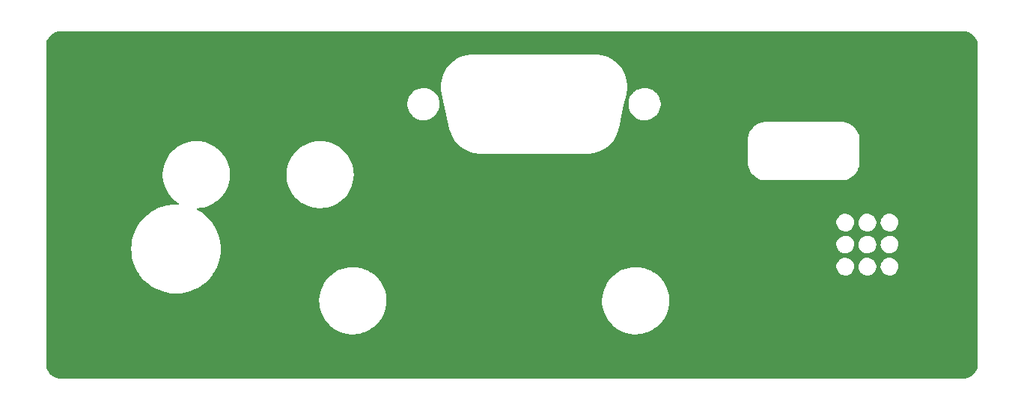
<source format=gbr>
G04 #@! TF.GenerationSoftware,KiCad,Pcbnew,(6.0.10)*
G04 #@! TF.CreationDate,2023-08-09T07:30:24+00:00*
G04 #@! TF.ProjectId,HL2IO_endcap,484c3249-4f5f-4656-9e64-6361702e6b69,2.1*
G04 #@! TF.SameCoordinates,PX2e593c0PY56057c0*
G04 #@! TF.FileFunction,Copper,L2,Bot*
G04 #@! TF.FilePolarity,Positive*
%FSLAX46Y46*%
G04 Gerber Fmt 4.6, Leading zero omitted, Abs format (unit mm)*
G04 Created by KiCad (PCBNEW (6.0.10)) date 2023-08-09 07:30:24*
%MOMM*%
%LPD*%
G01*
G04 APERTURE LIST*
G04 #@! TA.AperFunction,ComponentPad*
%ADD10C,4.900000*%
G04 #@! TD*
G04 APERTURE END LIST*
D10*
X102000000Y4000000D03*
X4000000Y4000000D03*
X4000000Y36000000D03*
X102000000Y36000000D03*
G04 #@! TA.AperFunction,Conductor*
G36*
X103982236Y39697996D02*
G01*
X104000000Y39694864D01*
X104008530Y39696368D01*
X104013056Y39696368D01*
X104030907Y39697289D01*
X104152893Y39688565D01*
X104234809Y39682707D01*
X104248785Y39680696D01*
X104471884Y39632163D01*
X104485432Y39628186D01*
X104568484Y39597209D01*
X104699364Y39548394D01*
X104712213Y39542526D01*
X104912604Y39433103D01*
X104924486Y39425467D01*
X105107264Y39288642D01*
X105117940Y39279392D01*
X105279392Y39117940D01*
X105288642Y39107264D01*
X105425467Y38924486D01*
X105433103Y38912604D01*
X105542526Y38712213D01*
X105548394Y38699364D01*
X105628185Y38485435D01*
X105632164Y38471882D01*
X105680696Y38248788D01*
X105682707Y38234806D01*
X105697289Y38030907D01*
X105696368Y38013056D01*
X105696368Y38008530D01*
X105694864Y38000000D01*
X105696368Y37991472D01*
X105697996Y37982239D01*
X105699500Y37965047D01*
X105699500Y2034953D01*
X105697996Y2017764D01*
X105694864Y2000000D01*
X105696368Y1991470D01*
X105696368Y1986944D01*
X105697289Y1969093D01*
X105682707Y1765194D01*
X105680696Y1751212D01*
X105632164Y1528118D01*
X105628185Y1514565D01*
X105548394Y1300636D01*
X105542526Y1287787D01*
X105433103Y1087396D01*
X105425467Y1075514D01*
X105288642Y892736D01*
X105279392Y882060D01*
X105117940Y720608D01*
X105107264Y711358D01*
X104924486Y574533D01*
X104912604Y566897D01*
X104712213Y457474D01*
X104699364Y451606D01*
X104568484Y402791D01*
X104485432Y371814D01*
X104471884Y367837D01*
X104248785Y319304D01*
X104234809Y317293D01*
X104152893Y311435D01*
X104030907Y302711D01*
X104013056Y303632D01*
X104008530Y303632D01*
X104000000Y305136D01*
X103982236Y302004D01*
X103965047Y300500D01*
X2034953Y300500D01*
X2017764Y302004D01*
X2000000Y305136D01*
X1991470Y303632D01*
X1986944Y303632D01*
X1969093Y302711D01*
X1847107Y311435D01*
X1765191Y317293D01*
X1751215Y319304D01*
X1528116Y367837D01*
X1514568Y371814D01*
X1431516Y402791D01*
X1300636Y451606D01*
X1287787Y457474D01*
X1087396Y566897D01*
X1075514Y574533D01*
X892736Y711358D01*
X882060Y720608D01*
X720608Y882060D01*
X711358Y892736D01*
X574533Y1075514D01*
X566897Y1087396D01*
X457474Y1287787D01*
X451606Y1300636D01*
X371815Y1514565D01*
X367836Y1528118D01*
X319304Y1751212D01*
X317293Y1765194D01*
X302711Y1969093D01*
X303632Y1986944D01*
X303632Y1991470D01*
X305136Y2000000D01*
X302004Y2017764D01*
X300500Y2034953D01*
X300500Y9234618D01*
X31195758Y9234618D01*
X31195822Y9232081D01*
X31195822Y9232073D01*
X31200801Y9035382D01*
X31205670Y8843042D01*
X31255780Y8454560D01*
X31345558Y8073287D01*
X31474053Y7703261D01*
X31639902Y7348404D01*
X31641206Y7346229D01*
X31641210Y7346222D01*
X31840039Y7014660D01*
X31840046Y7014650D01*
X31841350Y7012475D01*
X32076262Y6699033D01*
X32342149Y6411398D01*
X32636194Y6152618D01*
X32955282Y5925435D01*
X32957496Y5924180D01*
X32957502Y5924176D01*
X33138297Y5821679D01*
X33296032Y5732255D01*
X33298368Y5731232D01*
X33298370Y5731231D01*
X33652507Y5576144D01*
X33652515Y5576141D01*
X33654835Y5575125D01*
X34027889Y5455709D01*
X34030387Y5455185D01*
X34030394Y5455183D01*
X34248209Y5409481D01*
X34411243Y5375273D01*
X34413765Y5375010D01*
X34413766Y5375010D01*
X34798932Y5334867D01*
X34798935Y5334867D01*
X34800833Y5334669D01*
X34804805Y5334565D01*
X34806671Y5334516D01*
X34806681Y5334516D01*
X34807287Y5334500D01*
X35097917Y5334500D01*
X35391182Y5349613D01*
X35559338Y5375795D01*
X35775690Y5409481D01*
X35775694Y5409482D01*
X35778219Y5409875D01*
X36157012Y5509603D01*
X36328817Y5574351D01*
X36521165Y5646841D01*
X36521170Y5646843D01*
X36523547Y5647739D01*
X36698057Y5734937D01*
X36871656Y5821679D01*
X36871660Y5821681D01*
X36873941Y5822821D01*
X36950168Y5871289D01*
X37202327Y6031624D01*
X37202332Y6031628D01*
X37204481Y6032994D01*
X37355680Y6152618D01*
X37509658Y6274440D01*
X37509664Y6274445D01*
X37511667Y6276030D01*
X37513496Y6277812D01*
X37513502Y6277817D01*
X37652543Y6413265D01*
X37792243Y6549355D01*
X38043237Y6850073D01*
X38261990Y7174999D01*
X38446184Y7520690D01*
X38593868Y7883483D01*
X38703477Y8259535D01*
X38773850Y8644862D01*
X38804242Y9035382D01*
X38799264Y9232073D01*
X38799200Y9234618D01*
X63195758Y9234618D01*
X63195822Y9232081D01*
X63195822Y9232073D01*
X63200801Y9035382D01*
X63205670Y8843042D01*
X63255780Y8454560D01*
X63345558Y8073287D01*
X63474053Y7703261D01*
X63639902Y7348404D01*
X63641206Y7346229D01*
X63641210Y7346222D01*
X63840039Y7014660D01*
X63840046Y7014650D01*
X63841350Y7012475D01*
X64076262Y6699033D01*
X64342149Y6411398D01*
X64636194Y6152618D01*
X64955282Y5925435D01*
X64957496Y5924180D01*
X64957502Y5924176D01*
X65138297Y5821679D01*
X65296032Y5732255D01*
X65298368Y5731232D01*
X65298370Y5731231D01*
X65652507Y5576144D01*
X65652515Y5576141D01*
X65654835Y5575125D01*
X66027889Y5455709D01*
X66030387Y5455185D01*
X66030394Y5455183D01*
X66248209Y5409481D01*
X66411243Y5375273D01*
X66413765Y5375010D01*
X66413766Y5375010D01*
X66798932Y5334867D01*
X66798935Y5334867D01*
X66800833Y5334669D01*
X66804805Y5334565D01*
X66806671Y5334516D01*
X66806681Y5334516D01*
X66807287Y5334500D01*
X67097917Y5334500D01*
X67391182Y5349613D01*
X67559338Y5375795D01*
X67775690Y5409481D01*
X67775694Y5409482D01*
X67778219Y5409875D01*
X68157012Y5509603D01*
X68328817Y5574351D01*
X68521165Y5646841D01*
X68521170Y5646843D01*
X68523547Y5647739D01*
X68698057Y5734937D01*
X68871656Y5821679D01*
X68871660Y5821681D01*
X68873941Y5822821D01*
X68950168Y5871289D01*
X69202327Y6031624D01*
X69202332Y6031628D01*
X69204481Y6032994D01*
X69355680Y6152618D01*
X69509658Y6274440D01*
X69509664Y6274445D01*
X69511667Y6276030D01*
X69513496Y6277812D01*
X69513502Y6277817D01*
X69652543Y6413265D01*
X69792243Y6549355D01*
X70043237Y6850073D01*
X70261990Y7174999D01*
X70446184Y7520690D01*
X70593868Y7883483D01*
X70703477Y8259535D01*
X70773850Y8644862D01*
X70804242Y9035382D01*
X70799264Y9232073D01*
X70794395Y9424403D01*
X70794395Y9424409D01*
X70794330Y9426958D01*
X70744220Y9815440D01*
X70654442Y10196713D01*
X70525947Y10566739D01*
X70360098Y10921596D01*
X70358790Y10923778D01*
X70159961Y11255340D01*
X70159954Y11255350D01*
X70158650Y11257525D01*
X69923738Y11570967D01*
X69657851Y11858602D01*
X69363806Y12117382D01*
X69098214Y12306477D01*
X69046797Y12343085D01*
X69046794Y12343087D01*
X69044718Y12344565D01*
X69042504Y12345820D01*
X69042498Y12345824D01*
X68706185Y12536488D01*
X68703968Y12537745D01*
X68701630Y12538769D01*
X68347493Y12693856D01*
X68347485Y12693859D01*
X68345165Y12694875D01*
X67972111Y12814291D01*
X67969613Y12814815D01*
X67969606Y12814817D01*
X67706332Y12870057D01*
X67588757Y12894727D01*
X67586234Y12894990D01*
X67201068Y12935133D01*
X67201065Y12935133D01*
X67199167Y12935331D01*
X67195024Y12935439D01*
X67193329Y12935484D01*
X67193319Y12935484D01*
X67192713Y12935500D01*
X66902083Y12935500D01*
X66608818Y12920387D01*
X66446783Y12895158D01*
X66224310Y12860519D01*
X66224306Y12860518D01*
X66221781Y12860125D01*
X65842988Y12760397D01*
X65840615Y12759503D01*
X65840616Y12759503D01*
X65478835Y12623159D01*
X65478830Y12623157D01*
X65476453Y12622261D01*
X65309359Y12538769D01*
X65128344Y12448321D01*
X65128340Y12448319D01*
X65126059Y12447179D01*
X65123903Y12445808D01*
X64797673Y12238376D01*
X64797668Y12238372D01*
X64795519Y12237006D01*
X64793516Y12235421D01*
X64490342Y11995560D01*
X64490336Y11995555D01*
X64488333Y11993970D01*
X64486504Y11992188D01*
X64486498Y11992183D01*
X64369059Y11877778D01*
X64207757Y11720645D01*
X63956763Y11419927D01*
X63738010Y11095001D01*
X63553816Y10749310D01*
X63406132Y10386517D01*
X63405417Y10384063D01*
X63299834Y10021824D01*
X63296523Y10010465D01*
X63226150Y9625138D01*
X63195758Y9234618D01*
X38799200Y9234618D01*
X38794395Y9424403D01*
X38794395Y9424409D01*
X38794330Y9426958D01*
X38744220Y9815440D01*
X38654442Y10196713D01*
X38525947Y10566739D01*
X38360098Y10921596D01*
X38358790Y10923778D01*
X38159961Y11255340D01*
X38159954Y11255350D01*
X38158650Y11257525D01*
X37923738Y11570967D01*
X37657851Y11858602D01*
X37363806Y12117382D01*
X37098214Y12306477D01*
X37046797Y12343085D01*
X37046794Y12343087D01*
X37044718Y12344565D01*
X37042504Y12345820D01*
X37042498Y12345824D01*
X36706185Y12536488D01*
X36703968Y12537745D01*
X36701630Y12538769D01*
X36347493Y12693856D01*
X36347485Y12693859D01*
X36345165Y12694875D01*
X35972111Y12814291D01*
X35969613Y12814815D01*
X35969606Y12814817D01*
X35706332Y12870057D01*
X35588757Y12894727D01*
X35586234Y12894990D01*
X35201068Y12935133D01*
X35201065Y12935133D01*
X35199167Y12935331D01*
X35195024Y12935439D01*
X35193329Y12935484D01*
X35193319Y12935484D01*
X35192713Y12935500D01*
X34902083Y12935500D01*
X34608818Y12920387D01*
X34446783Y12895158D01*
X34224310Y12860519D01*
X34224306Y12860518D01*
X34221781Y12860125D01*
X33842988Y12760397D01*
X33840615Y12759503D01*
X33840616Y12759503D01*
X33478835Y12623159D01*
X33478830Y12623157D01*
X33476453Y12622261D01*
X33309359Y12538769D01*
X33128344Y12448321D01*
X33128340Y12448319D01*
X33126059Y12447179D01*
X33123903Y12445808D01*
X32797673Y12238376D01*
X32797668Y12238372D01*
X32795519Y12237006D01*
X32793516Y12235421D01*
X32490342Y11995560D01*
X32490336Y11995555D01*
X32488333Y11993970D01*
X32486504Y11992188D01*
X32486498Y11992183D01*
X32369059Y11877778D01*
X32207757Y11720645D01*
X31956763Y11419927D01*
X31738010Y11095001D01*
X31553816Y10749310D01*
X31406132Y10386517D01*
X31405417Y10384063D01*
X31299834Y10021824D01*
X31296523Y10010465D01*
X31226150Y9625138D01*
X31195758Y9234618D01*
X300500Y9234618D01*
X300500Y15000000D01*
X9944552Y15000000D01*
X9963790Y14559389D01*
X9971526Y14500628D01*
X10021074Y14124269D01*
X10021076Y14124257D01*
X10021356Y14122131D01*
X10116812Y13691554D01*
X10249433Y13270935D01*
X10418208Y12863475D01*
X10621854Y12472276D01*
X10623006Y12470468D01*
X10623007Y12470466D01*
X10847946Y12117382D01*
X10858819Y12100314D01*
X11127302Y11750421D01*
X11425258Y11425258D01*
X11750421Y11127302D01*
X12100314Y10858819D01*
X12102130Y10857662D01*
X12102133Y10857660D01*
X12272209Y10749310D01*
X12472276Y10621854D01*
X12474181Y10620862D01*
X12474185Y10620860D01*
X12582778Y10564330D01*
X12863475Y10418208D01*
X13270935Y10249433D01*
X13691554Y10116812D01*
X13693666Y10116344D01*
X13693669Y10116343D01*
X13782901Y10096561D01*
X14122131Y10021356D01*
X14124257Y10021076D01*
X14124269Y10021074D01*
X14412762Y9983094D01*
X14559389Y9963790D01*
X14886675Y9949500D01*
X15113325Y9949500D01*
X15440611Y9963790D01*
X15587238Y9983094D01*
X15875731Y10021074D01*
X15875743Y10021076D01*
X15877869Y10021356D01*
X16217099Y10096561D01*
X16306331Y10116343D01*
X16306334Y10116344D01*
X16308446Y10116812D01*
X16729065Y10249433D01*
X17136525Y10418208D01*
X17417222Y10564330D01*
X17525815Y10620860D01*
X17525819Y10620862D01*
X17527724Y10621854D01*
X17727791Y10749310D01*
X17897867Y10857660D01*
X17897870Y10857662D01*
X17899686Y10858819D01*
X18249579Y11127302D01*
X18574742Y11425258D01*
X18872698Y11750421D01*
X19141181Y12100314D01*
X19152055Y12117382D01*
X19376993Y12470466D01*
X19376994Y12470468D01*
X19378146Y12472276D01*
X19581792Y12863475D01*
X19617994Y12950874D01*
X89695541Y12950874D01*
X89725935Y12749903D01*
X89796119Y12559148D01*
X89903226Y12386401D01*
X90042881Y12238720D01*
X90046986Y12235846D01*
X90046989Y12235843D01*
X90047592Y12235421D01*
X90209379Y12122137D01*
X90213975Y12120148D01*
X90213977Y12120147D01*
X90259809Y12100314D01*
X90395919Y12041414D01*
X90594880Y11999849D01*
X90599432Y11999610D01*
X90600234Y11999568D01*
X90600249Y11999568D01*
X90601539Y11999500D01*
X90750800Y11999500D01*
X90753288Y11999753D01*
X90753294Y11999753D01*
X90813816Y12005901D01*
X90902216Y12014880D01*
X91096172Y12075662D01*
X91273944Y12174203D01*
X91428271Y12306477D01*
X91552848Y12467081D01*
X91642587Y12649455D01*
X91693822Y12846148D01*
X91694521Y12859475D01*
X91699310Y12950874D01*
X92195541Y12950874D01*
X92225935Y12749903D01*
X92296119Y12559148D01*
X92403226Y12386401D01*
X92542881Y12238720D01*
X92546986Y12235846D01*
X92546989Y12235843D01*
X92547592Y12235421D01*
X92709379Y12122137D01*
X92713975Y12120148D01*
X92713977Y12120147D01*
X92759809Y12100314D01*
X92895919Y12041414D01*
X93094880Y11999849D01*
X93099432Y11999610D01*
X93100234Y11999568D01*
X93100249Y11999568D01*
X93101539Y11999500D01*
X93250800Y11999500D01*
X93253288Y11999753D01*
X93253294Y11999753D01*
X93313816Y12005901D01*
X93402216Y12014880D01*
X93596172Y12075662D01*
X93773944Y12174203D01*
X93928271Y12306477D01*
X94052848Y12467081D01*
X94142587Y12649455D01*
X94193822Y12846148D01*
X94194521Y12859475D01*
X94199310Y12950874D01*
X94695541Y12950874D01*
X94725935Y12749903D01*
X94796119Y12559148D01*
X94903226Y12386401D01*
X95042881Y12238720D01*
X95046986Y12235846D01*
X95046989Y12235843D01*
X95047592Y12235421D01*
X95209379Y12122137D01*
X95213975Y12120148D01*
X95213977Y12120147D01*
X95259809Y12100314D01*
X95395919Y12041414D01*
X95594880Y11999849D01*
X95599432Y11999610D01*
X95600234Y11999568D01*
X95600249Y11999568D01*
X95601539Y11999500D01*
X95750800Y11999500D01*
X95753288Y11999753D01*
X95753294Y11999753D01*
X95813816Y12005901D01*
X95902216Y12014880D01*
X96096172Y12075662D01*
X96273944Y12174203D01*
X96428271Y12306477D01*
X96552848Y12467081D01*
X96642587Y12649455D01*
X96693822Y12846148D01*
X96694521Y12859475D01*
X96704196Y13044115D01*
X96704459Y13049126D01*
X96674065Y13250097D01*
X96603881Y13440852D01*
X96496774Y13613599D01*
X96357119Y13761280D01*
X96353014Y13764154D01*
X96353011Y13764157D01*
X96194727Y13874988D01*
X96190621Y13877863D01*
X96186025Y13879852D01*
X96186023Y13879853D01*
X96008677Y13956597D01*
X96008678Y13956597D01*
X96004081Y13958586D01*
X95805120Y14000151D01*
X95800568Y14000390D01*
X95799766Y14000432D01*
X95799751Y14000432D01*
X95798461Y14000500D01*
X95649200Y14000500D01*
X95646712Y14000247D01*
X95646706Y14000247D01*
X95586184Y13994099D01*
X95497784Y13985120D01*
X95303828Y13924338D01*
X95126056Y13825797D01*
X94971729Y13693523D01*
X94847152Y13532919D01*
X94757413Y13350545D01*
X94706178Y13153852D01*
X94695541Y12950874D01*
X94199310Y12950874D01*
X94204196Y13044115D01*
X94204459Y13049126D01*
X94174065Y13250097D01*
X94103881Y13440852D01*
X93996774Y13613599D01*
X93857119Y13761280D01*
X93853014Y13764154D01*
X93853011Y13764157D01*
X93694727Y13874988D01*
X93690621Y13877863D01*
X93686025Y13879852D01*
X93686023Y13879853D01*
X93508677Y13956597D01*
X93508678Y13956597D01*
X93504081Y13958586D01*
X93305120Y14000151D01*
X93300568Y14000390D01*
X93299766Y14000432D01*
X93299751Y14000432D01*
X93298461Y14000500D01*
X93149200Y14000500D01*
X93146712Y14000247D01*
X93146706Y14000247D01*
X93086184Y13994099D01*
X92997784Y13985120D01*
X92803828Y13924338D01*
X92626056Y13825797D01*
X92471729Y13693523D01*
X92347152Y13532919D01*
X92257413Y13350545D01*
X92206178Y13153852D01*
X92195541Y12950874D01*
X91699310Y12950874D01*
X91704196Y13044115D01*
X91704459Y13049126D01*
X91674065Y13250097D01*
X91603881Y13440852D01*
X91496774Y13613599D01*
X91357119Y13761280D01*
X91353014Y13764154D01*
X91353011Y13764157D01*
X91194727Y13874988D01*
X91190621Y13877863D01*
X91186025Y13879852D01*
X91186023Y13879853D01*
X91008677Y13956597D01*
X91008678Y13956597D01*
X91004081Y13958586D01*
X90805120Y14000151D01*
X90800568Y14000390D01*
X90799766Y14000432D01*
X90799751Y14000432D01*
X90798461Y14000500D01*
X90649200Y14000500D01*
X90646712Y14000247D01*
X90646706Y14000247D01*
X90586184Y13994099D01*
X90497784Y13985120D01*
X90303828Y13924338D01*
X90126056Y13825797D01*
X89971729Y13693523D01*
X89847152Y13532919D01*
X89757413Y13350545D01*
X89706178Y13153852D01*
X89695541Y12950874D01*
X19617994Y12950874D01*
X19750567Y13270935D01*
X19883188Y13691554D01*
X19978644Y14122131D01*
X19978924Y14124257D01*
X19978926Y14124269D01*
X20028474Y14500628D01*
X20036210Y14559389D01*
X20055448Y15000000D01*
X20036210Y15440611D01*
X20034859Y15450874D01*
X89695541Y15450874D01*
X89725935Y15249903D01*
X89796119Y15059148D01*
X89903226Y14886401D01*
X90042881Y14738720D01*
X90046986Y14735846D01*
X90046989Y14735843D01*
X90130358Y14677468D01*
X90209379Y14622137D01*
X90213975Y14620148D01*
X90213977Y14620147D01*
X90311156Y14578094D01*
X90395919Y14541414D01*
X90594880Y14499849D01*
X90599432Y14499610D01*
X90600234Y14499568D01*
X90600249Y14499568D01*
X90601539Y14499500D01*
X90750800Y14499500D01*
X90753288Y14499753D01*
X90753294Y14499753D01*
X90813816Y14505901D01*
X90902216Y14514880D01*
X91096172Y14575662D01*
X91273944Y14674203D01*
X91428271Y14806477D01*
X91552848Y14967081D01*
X91642587Y15149455D01*
X91693822Y15346148D01*
X91699310Y15450874D01*
X92195541Y15450874D01*
X92225935Y15249903D01*
X92296119Y15059148D01*
X92403226Y14886401D01*
X92542881Y14738720D01*
X92546986Y14735846D01*
X92546989Y14735843D01*
X92630358Y14677468D01*
X92709379Y14622137D01*
X92713975Y14620148D01*
X92713977Y14620147D01*
X92811156Y14578094D01*
X92895919Y14541414D01*
X93094880Y14499849D01*
X93099432Y14499610D01*
X93100234Y14499568D01*
X93100249Y14499568D01*
X93101539Y14499500D01*
X93250800Y14499500D01*
X93253288Y14499753D01*
X93253294Y14499753D01*
X93313816Y14505901D01*
X93402216Y14514880D01*
X93596172Y14575662D01*
X93773944Y14674203D01*
X93928271Y14806477D01*
X94052848Y14967081D01*
X94142587Y15149455D01*
X94193822Y15346148D01*
X94199310Y15450874D01*
X94695541Y15450874D01*
X94725935Y15249903D01*
X94796119Y15059148D01*
X94903226Y14886401D01*
X95042881Y14738720D01*
X95046986Y14735846D01*
X95046989Y14735843D01*
X95130358Y14677468D01*
X95209379Y14622137D01*
X95213975Y14620148D01*
X95213977Y14620147D01*
X95311156Y14578094D01*
X95395919Y14541414D01*
X95594880Y14499849D01*
X95599432Y14499610D01*
X95600234Y14499568D01*
X95600249Y14499568D01*
X95601539Y14499500D01*
X95750800Y14499500D01*
X95753288Y14499753D01*
X95753294Y14499753D01*
X95813816Y14505901D01*
X95902216Y14514880D01*
X96096172Y14575662D01*
X96273944Y14674203D01*
X96428271Y14806477D01*
X96552848Y14967081D01*
X96642587Y15149455D01*
X96693822Y15346148D01*
X96704459Y15549126D01*
X96674065Y15750097D01*
X96603881Y15940852D01*
X96496774Y16113599D01*
X96357119Y16261280D01*
X96353014Y16264154D01*
X96353011Y16264157D01*
X96194727Y16374988D01*
X96190621Y16377863D01*
X96186025Y16379852D01*
X96186023Y16379853D01*
X96008677Y16456597D01*
X96008678Y16456597D01*
X96004081Y16458586D01*
X95805120Y16500151D01*
X95800568Y16500390D01*
X95799766Y16500432D01*
X95799751Y16500432D01*
X95798461Y16500500D01*
X95649200Y16500500D01*
X95646712Y16500247D01*
X95646706Y16500247D01*
X95586184Y16494099D01*
X95497784Y16485120D01*
X95303828Y16424338D01*
X95126056Y16325797D01*
X94971729Y16193523D01*
X94847152Y16032919D01*
X94757413Y15850545D01*
X94706178Y15653852D01*
X94695541Y15450874D01*
X94199310Y15450874D01*
X94204459Y15549126D01*
X94174065Y15750097D01*
X94103881Y15940852D01*
X93996774Y16113599D01*
X93857119Y16261280D01*
X93853014Y16264154D01*
X93853011Y16264157D01*
X93694727Y16374988D01*
X93690621Y16377863D01*
X93686025Y16379852D01*
X93686023Y16379853D01*
X93508677Y16456597D01*
X93508678Y16456597D01*
X93504081Y16458586D01*
X93305120Y16500151D01*
X93300568Y16500390D01*
X93299766Y16500432D01*
X93299751Y16500432D01*
X93298461Y16500500D01*
X93149200Y16500500D01*
X93146712Y16500247D01*
X93146706Y16500247D01*
X93086184Y16494099D01*
X92997784Y16485120D01*
X92803828Y16424338D01*
X92626056Y16325797D01*
X92471729Y16193523D01*
X92347152Y16032919D01*
X92257413Y15850545D01*
X92206178Y15653852D01*
X92195541Y15450874D01*
X91699310Y15450874D01*
X91704459Y15549126D01*
X91674065Y15750097D01*
X91603881Y15940852D01*
X91496774Y16113599D01*
X91357119Y16261280D01*
X91353014Y16264154D01*
X91353011Y16264157D01*
X91194727Y16374988D01*
X91190621Y16377863D01*
X91186025Y16379852D01*
X91186023Y16379853D01*
X91008677Y16456597D01*
X91008678Y16456597D01*
X91004081Y16458586D01*
X90805120Y16500151D01*
X90800568Y16500390D01*
X90799766Y16500432D01*
X90799751Y16500432D01*
X90798461Y16500500D01*
X90649200Y16500500D01*
X90646712Y16500247D01*
X90646706Y16500247D01*
X90586184Y16494099D01*
X90497784Y16485120D01*
X90303828Y16424338D01*
X90126056Y16325797D01*
X89971729Y16193523D01*
X89847152Y16032919D01*
X89757413Y15850545D01*
X89706178Y15653852D01*
X89695541Y15450874D01*
X20034859Y15450874D01*
X20016906Y15587238D01*
X19978926Y15875731D01*
X19978924Y15875743D01*
X19978644Y15877869D01*
X19883188Y16308446D01*
X19750567Y16729065D01*
X19581792Y17136525D01*
X19409715Y17467081D01*
X19379140Y17525815D01*
X19379138Y17525819D01*
X19378146Y17527724D01*
X19141181Y17899686D01*
X19101903Y17950874D01*
X89695541Y17950874D01*
X89725935Y17749903D01*
X89796119Y17559148D01*
X89903226Y17386401D01*
X90042881Y17238720D01*
X90046986Y17235846D01*
X90046989Y17235843D01*
X90130358Y17177468D01*
X90209379Y17122137D01*
X90213975Y17120148D01*
X90213977Y17120147D01*
X90311156Y17078094D01*
X90395919Y17041414D01*
X90594880Y16999849D01*
X90599432Y16999610D01*
X90600234Y16999568D01*
X90600249Y16999568D01*
X90601539Y16999500D01*
X90750800Y16999500D01*
X90753288Y16999753D01*
X90753294Y16999753D01*
X90813816Y17005901D01*
X90902216Y17014880D01*
X91096172Y17075662D01*
X91273944Y17174203D01*
X91428271Y17306477D01*
X91552848Y17467081D01*
X91642587Y17649455D01*
X91693822Y17846148D01*
X91699310Y17950874D01*
X92195541Y17950874D01*
X92225935Y17749903D01*
X92296119Y17559148D01*
X92403226Y17386401D01*
X92542881Y17238720D01*
X92546986Y17235846D01*
X92546989Y17235843D01*
X92630358Y17177468D01*
X92709379Y17122137D01*
X92713975Y17120148D01*
X92713977Y17120147D01*
X92811156Y17078094D01*
X92895919Y17041414D01*
X93094880Y16999849D01*
X93099432Y16999610D01*
X93100234Y16999568D01*
X93100249Y16999568D01*
X93101539Y16999500D01*
X93250800Y16999500D01*
X93253288Y16999753D01*
X93253294Y16999753D01*
X93313816Y17005901D01*
X93402216Y17014880D01*
X93596172Y17075662D01*
X93773944Y17174203D01*
X93928271Y17306477D01*
X94052848Y17467081D01*
X94142587Y17649455D01*
X94193822Y17846148D01*
X94199310Y17950874D01*
X94695541Y17950874D01*
X94725935Y17749903D01*
X94796119Y17559148D01*
X94903226Y17386401D01*
X95042881Y17238720D01*
X95046986Y17235846D01*
X95046989Y17235843D01*
X95130358Y17177468D01*
X95209379Y17122137D01*
X95213975Y17120148D01*
X95213977Y17120147D01*
X95311156Y17078094D01*
X95395919Y17041414D01*
X95594880Y16999849D01*
X95599432Y16999610D01*
X95600234Y16999568D01*
X95600249Y16999568D01*
X95601539Y16999500D01*
X95750800Y16999500D01*
X95753288Y16999753D01*
X95753294Y16999753D01*
X95813816Y17005901D01*
X95902216Y17014880D01*
X96096172Y17075662D01*
X96273944Y17174203D01*
X96428271Y17306477D01*
X96552848Y17467081D01*
X96642587Y17649455D01*
X96693822Y17846148D01*
X96704459Y18049126D01*
X96674065Y18250097D01*
X96603881Y18440852D01*
X96496774Y18613599D01*
X96357119Y18761280D01*
X96353014Y18764154D01*
X96353011Y18764157D01*
X96194727Y18874988D01*
X96190621Y18877863D01*
X96186025Y18879852D01*
X96186023Y18879853D01*
X96008677Y18956597D01*
X96008678Y18956597D01*
X96004081Y18958586D01*
X95805120Y19000151D01*
X95800568Y19000390D01*
X95799766Y19000432D01*
X95799751Y19000432D01*
X95798461Y19000500D01*
X95649200Y19000500D01*
X95646712Y19000247D01*
X95646706Y19000247D01*
X95586184Y18994099D01*
X95497784Y18985120D01*
X95303828Y18924338D01*
X95126056Y18825797D01*
X94971729Y18693523D01*
X94847152Y18532919D01*
X94757413Y18350545D01*
X94706178Y18153852D01*
X94695541Y17950874D01*
X94199310Y17950874D01*
X94204459Y18049126D01*
X94174065Y18250097D01*
X94103881Y18440852D01*
X93996774Y18613599D01*
X93857119Y18761280D01*
X93853014Y18764154D01*
X93853011Y18764157D01*
X93694727Y18874988D01*
X93690621Y18877863D01*
X93686025Y18879852D01*
X93686023Y18879853D01*
X93508677Y18956597D01*
X93508678Y18956597D01*
X93504081Y18958586D01*
X93305120Y19000151D01*
X93300568Y19000390D01*
X93299766Y19000432D01*
X93299751Y19000432D01*
X93298461Y19000500D01*
X93149200Y19000500D01*
X93146712Y19000247D01*
X93146706Y19000247D01*
X93086184Y18994099D01*
X92997784Y18985120D01*
X92803828Y18924338D01*
X92626056Y18825797D01*
X92471729Y18693523D01*
X92347152Y18532919D01*
X92257413Y18350545D01*
X92206178Y18153852D01*
X92195541Y17950874D01*
X91699310Y17950874D01*
X91704459Y18049126D01*
X91674065Y18250097D01*
X91603881Y18440852D01*
X91496774Y18613599D01*
X91357119Y18761280D01*
X91353014Y18764154D01*
X91353011Y18764157D01*
X91194727Y18874988D01*
X91190621Y18877863D01*
X91186025Y18879852D01*
X91186023Y18879853D01*
X91008677Y18956597D01*
X91008678Y18956597D01*
X91004081Y18958586D01*
X90805120Y19000151D01*
X90800568Y19000390D01*
X90799766Y19000432D01*
X90799751Y19000432D01*
X90798461Y19000500D01*
X90649200Y19000500D01*
X90646712Y19000247D01*
X90646706Y19000247D01*
X90586184Y18994099D01*
X90497784Y18985120D01*
X90303828Y18924338D01*
X90126056Y18825797D01*
X89971729Y18693523D01*
X89847152Y18532919D01*
X89757413Y18350545D01*
X89706178Y18153852D01*
X89695541Y17950874D01*
X19101903Y17950874D01*
X18872698Y18249579D01*
X18574742Y18574742D01*
X18249579Y18872698D01*
X17899686Y19141181D01*
X17527724Y19378146D01*
X17525815Y19379140D01*
X17390592Y19449533D01*
X17347706Y19493174D01*
X17338663Y19553687D01*
X17366915Y19607959D01*
X17421672Y19635260D01*
X17431204Y19636215D01*
X17691182Y19649613D01*
X17859338Y19675795D01*
X18075690Y19709481D01*
X18075694Y19709482D01*
X18078219Y19709875D01*
X18457012Y19809603D01*
X18628817Y19874351D01*
X18821165Y19946841D01*
X18821170Y19946843D01*
X18823547Y19947739D01*
X19000793Y20036304D01*
X19171656Y20121679D01*
X19171660Y20121681D01*
X19173941Y20122821D01*
X19259889Y20177471D01*
X19502327Y20331624D01*
X19502332Y20331628D01*
X19504481Y20332994D01*
X19655680Y20452618D01*
X19809658Y20574440D01*
X19809664Y20574445D01*
X19811667Y20576030D01*
X19813496Y20577812D01*
X19813502Y20577817D01*
X19952543Y20713265D01*
X20092243Y20849355D01*
X20343237Y21150073D01*
X20561990Y21474999D01*
X20746184Y21820690D01*
X20893868Y22183483D01*
X21003477Y22559535D01*
X21073850Y22944862D01*
X21082531Y23056400D01*
X21104045Y23332851D01*
X21104242Y23335382D01*
X21103002Y23384392D01*
X21099199Y23534618D01*
X27495758Y23534618D01*
X27495822Y23532081D01*
X27495822Y23532073D01*
X27504047Y23207163D01*
X27505670Y23143042D01*
X27505996Y23140515D01*
X27552202Y22782301D01*
X27555780Y22754560D01*
X27645558Y22373287D01*
X27774053Y22003261D01*
X27939902Y21648404D01*
X27941206Y21646229D01*
X27941210Y21646222D01*
X28140039Y21314660D01*
X28140046Y21314650D01*
X28141350Y21312475D01*
X28376262Y20999033D01*
X28642149Y20711398D01*
X28936194Y20452618D01*
X29255282Y20225435D01*
X29257496Y20224180D01*
X29257502Y20224176D01*
X29438297Y20121679D01*
X29596032Y20032255D01*
X29598368Y20031232D01*
X29598370Y20031231D01*
X29952507Y19876144D01*
X29952515Y19876141D01*
X29954835Y19875125D01*
X30327889Y19755709D01*
X30330387Y19755185D01*
X30330394Y19755183D01*
X30548209Y19709481D01*
X30711243Y19675273D01*
X30713765Y19675010D01*
X30713766Y19675010D01*
X31098932Y19634867D01*
X31098935Y19634867D01*
X31100833Y19634669D01*
X31104805Y19634565D01*
X31106671Y19634516D01*
X31106681Y19634516D01*
X31107287Y19634500D01*
X31397917Y19634500D01*
X31691182Y19649613D01*
X31859338Y19675795D01*
X32075690Y19709481D01*
X32075694Y19709482D01*
X32078219Y19709875D01*
X32457012Y19809603D01*
X32628817Y19874351D01*
X32821165Y19946841D01*
X32821170Y19946843D01*
X32823547Y19947739D01*
X33000793Y20036304D01*
X33171656Y20121679D01*
X33171660Y20121681D01*
X33173941Y20122821D01*
X33259889Y20177471D01*
X33502327Y20331624D01*
X33502332Y20331628D01*
X33504481Y20332994D01*
X33655680Y20452618D01*
X33809658Y20574440D01*
X33809664Y20574445D01*
X33811667Y20576030D01*
X33813496Y20577812D01*
X33813502Y20577817D01*
X33952543Y20713265D01*
X34092243Y20849355D01*
X34343237Y21150073D01*
X34561990Y21474999D01*
X34746184Y21820690D01*
X34893868Y22183483D01*
X35003477Y22559535D01*
X35073850Y22944862D01*
X35082531Y23056400D01*
X35104045Y23332851D01*
X35104242Y23335382D01*
X35103002Y23384392D01*
X35094395Y23724403D01*
X35094395Y23724409D01*
X35094330Y23726958D01*
X35060133Y23992072D01*
X35044546Y24112915D01*
X35044545Y24112921D01*
X35044220Y24115440D01*
X34954442Y24496713D01*
X34836120Y24837443D01*
X79682301Y24837443D01*
X79682677Y24835313D01*
X79683216Y24827088D01*
X79697396Y24610678D01*
X79700112Y24569222D01*
X79700744Y24566046D01*
X79737288Y24382311D01*
X79752547Y24305590D01*
X79838946Y24051058D01*
X79840375Y24048160D01*
X79840378Y24048153D01*
X79899802Y23927651D01*
X79957829Y23809981D01*
X79959622Y23807298D01*
X79959624Y23807294D01*
X80051481Y23669819D01*
X80107163Y23586484D01*
X80284392Y23384392D01*
X80486484Y23207163D01*
X80489179Y23205363D01*
X80489178Y23205363D01*
X80707294Y23059624D01*
X80707298Y23059622D01*
X80709981Y23057829D01*
X80712873Y23056403D01*
X80712878Y23056400D01*
X80948153Y22940378D01*
X80948160Y22940375D01*
X80951058Y22938946D01*
X81205590Y22852547D01*
X81208771Y22851914D01*
X81208776Y22851913D01*
X81339660Y22825881D01*
X81469222Y22800112D01*
X81472449Y22799901D01*
X81472453Y22799900D01*
X81650582Y22788229D01*
X81735313Y22782677D01*
X81737443Y22782301D01*
X81755204Y22785433D01*
X81772396Y22786937D01*
X90227604Y22786937D01*
X90244796Y22785433D01*
X90262557Y22782301D01*
X90264687Y22782677D01*
X90329703Y22786937D01*
X90527547Y22799900D01*
X90527551Y22799901D01*
X90530778Y22800112D01*
X90660340Y22825881D01*
X90791224Y22851913D01*
X90791229Y22851914D01*
X90794410Y22852547D01*
X91048942Y22938946D01*
X91051840Y22940375D01*
X91051847Y22940378D01*
X91287122Y23056400D01*
X91287127Y23056403D01*
X91290019Y23057829D01*
X91292702Y23059622D01*
X91292706Y23059624D01*
X91510822Y23205363D01*
X91510821Y23205363D01*
X91513516Y23207163D01*
X91715608Y23384392D01*
X91892837Y23586484D01*
X91948519Y23669819D01*
X92040376Y23807294D01*
X92040378Y23807298D01*
X92042171Y23809981D01*
X92100198Y23927651D01*
X92159622Y24048153D01*
X92159625Y24048160D01*
X92161054Y24051058D01*
X92247453Y24305590D01*
X92262713Y24382311D01*
X92299256Y24566046D01*
X92299888Y24569222D01*
X92302605Y24610678D01*
X92316659Y24825181D01*
X92317323Y24835313D01*
X92317699Y24837443D01*
X92314567Y24855204D01*
X92313063Y24872396D01*
X92313063Y27327604D01*
X92314567Y27344797D01*
X92316194Y27354025D01*
X92317699Y27362557D01*
X92317323Y27364687D01*
X92313384Y27424811D01*
X92300100Y27627547D01*
X92300099Y27627551D01*
X92299888Y27630778D01*
X92264144Y27810491D01*
X92248087Y27891224D01*
X92248086Y27891229D01*
X92247453Y27894410D01*
X92161054Y28148942D01*
X92159625Y28151840D01*
X92159622Y28151847D01*
X92043600Y28387122D01*
X92043597Y28387127D01*
X92042171Y28390019D01*
X92004615Y28446227D01*
X91894637Y28610822D01*
X91892837Y28613516D01*
X91749182Y28777324D01*
X91717754Y28813161D01*
X91715608Y28815608D01*
X91513516Y28992837D01*
X91484991Y29011896D01*
X91292706Y29140376D01*
X91292702Y29140378D01*
X91290019Y29142171D01*
X91287127Y29143597D01*
X91287122Y29143600D01*
X91051847Y29259622D01*
X91051840Y29259625D01*
X91048942Y29261054D01*
X90794410Y29347453D01*
X90791229Y29348086D01*
X90791224Y29348087D01*
X90660340Y29374119D01*
X90530778Y29399888D01*
X90527551Y29400099D01*
X90527547Y29400100D01*
X90349418Y29411771D01*
X90264687Y29417323D01*
X90262557Y29417699D01*
X90244797Y29414567D01*
X90227604Y29413063D01*
X81772396Y29413063D01*
X81755203Y29414567D01*
X81737443Y29417699D01*
X81735313Y29417323D01*
X81675189Y29413384D01*
X81472453Y29400100D01*
X81472449Y29400099D01*
X81469222Y29399888D01*
X81339660Y29374119D01*
X81208776Y29348087D01*
X81208771Y29348086D01*
X81205590Y29347453D01*
X80951058Y29261054D01*
X80948160Y29259625D01*
X80948153Y29259622D01*
X80712878Y29143600D01*
X80712873Y29143597D01*
X80709981Y29142171D01*
X80707298Y29140378D01*
X80707294Y29140376D01*
X80515009Y29011896D01*
X80486484Y28992837D01*
X80284392Y28815608D01*
X80282246Y28813161D01*
X80250818Y28777324D01*
X80107163Y28613516D01*
X80105363Y28610822D01*
X79995386Y28446227D01*
X79957829Y28390019D01*
X79956403Y28387127D01*
X79956400Y28387122D01*
X79840378Y28151847D01*
X79840375Y28151840D01*
X79838946Y28148942D01*
X79752547Y27894410D01*
X79751914Y27891229D01*
X79751913Y27891224D01*
X79735856Y27810491D01*
X79700112Y27630778D01*
X79699901Y27627551D01*
X79699900Y27627547D01*
X79688229Y27449418D01*
X79682677Y27364687D01*
X79682301Y27362557D01*
X79683806Y27354025D01*
X79685433Y27344797D01*
X79686937Y27327604D01*
X79686937Y24872396D01*
X79685433Y24855204D01*
X79682301Y24837443D01*
X34836120Y24837443D01*
X34825947Y24866739D01*
X34660098Y25221596D01*
X34658790Y25223778D01*
X34459961Y25555340D01*
X34459954Y25555350D01*
X34458650Y25557525D01*
X34273552Y25804500D01*
X34225255Y25868943D01*
X34225254Y25868944D01*
X34223738Y25870967D01*
X33957851Y26158602D01*
X33710071Y26376666D01*
X33665723Y26415695D01*
X33665722Y26415696D01*
X33663806Y26417382D01*
X33344718Y26644565D01*
X33342504Y26645820D01*
X33342498Y26645824D01*
X33006185Y26836488D01*
X33003968Y26837745D01*
X33001630Y26838769D01*
X32647493Y26993856D01*
X32647485Y26993859D01*
X32645165Y26994875D01*
X32272111Y27114291D01*
X32269613Y27114815D01*
X32269606Y27114817D01*
X32006332Y27170057D01*
X31888757Y27194727D01*
X31886234Y27194990D01*
X31501068Y27235133D01*
X31501065Y27235133D01*
X31499167Y27235331D01*
X31495024Y27235439D01*
X31493329Y27235484D01*
X31493319Y27235484D01*
X31492713Y27235500D01*
X31202083Y27235500D01*
X30908818Y27220387D01*
X30746783Y27195158D01*
X30524310Y27160519D01*
X30524306Y27160518D01*
X30521781Y27160125D01*
X30142988Y27060397D01*
X30140615Y27059503D01*
X30140616Y27059503D01*
X29778835Y26923159D01*
X29778830Y26923157D01*
X29776453Y26922261D01*
X29774174Y26921122D01*
X29428344Y26748321D01*
X29428340Y26748319D01*
X29426059Y26747179D01*
X29423903Y26745808D01*
X29097673Y26538376D01*
X29097668Y26538372D01*
X29095519Y26537006D01*
X29093516Y26535421D01*
X28790342Y26295560D01*
X28790336Y26295555D01*
X28788333Y26293970D01*
X28786504Y26292188D01*
X28786498Y26292183D01*
X28693105Y26201203D01*
X28507757Y26020645D01*
X28256763Y25719927D01*
X28038010Y25395001D01*
X27853816Y25049310D01*
X27706132Y24686517D01*
X27684027Y24610678D01*
X27621771Y24397086D01*
X27596523Y24310465D01*
X27526150Y23925138D01*
X27495758Y23534618D01*
X21099199Y23534618D01*
X21094395Y23724403D01*
X21094395Y23724409D01*
X21094330Y23726958D01*
X21060133Y23992072D01*
X21044546Y24112915D01*
X21044545Y24112921D01*
X21044220Y24115440D01*
X20954442Y24496713D01*
X20825947Y24866739D01*
X20660098Y25221596D01*
X20658790Y25223778D01*
X20459961Y25555340D01*
X20459954Y25555350D01*
X20458650Y25557525D01*
X20273552Y25804500D01*
X20225255Y25868943D01*
X20225254Y25868944D01*
X20223738Y25870967D01*
X19957851Y26158602D01*
X19710071Y26376666D01*
X19665723Y26415695D01*
X19665722Y26415696D01*
X19663806Y26417382D01*
X19344718Y26644565D01*
X19342504Y26645820D01*
X19342498Y26645824D01*
X19006185Y26836488D01*
X19003968Y26837745D01*
X19001630Y26838769D01*
X18647493Y26993856D01*
X18647485Y26993859D01*
X18645165Y26994875D01*
X18272111Y27114291D01*
X18269613Y27114815D01*
X18269606Y27114817D01*
X18006332Y27170057D01*
X17888757Y27194727D01*
X17886234Y27194990D01*
X17501068Y27235133D01*
X17501065Y27235133D01*
X17499167Y27235331D01*
X17495024Y27235439D01*
X17493329Y27235484D01*
X17493319Y27235484D01*
X17492713Y27235500D01*
X17202083Y27235500D01*
X16908818Y27220387D01*
X16746783Y27195158D01*
X16524310Y27160519D01*
X16524306Y27160518D01*
X16521781Y27160125D01*
X16142988Y27060397D01*
X16140615Y27059503D01*
X16140616Y27059503D01*
X15778835Y26923159D01*
X15778830Y26923157D01*
X15776453Y26922261D01*
X15774174Y26921122D01*
X15428344Y26748321D01*
X15428340Y26748319D01*
X15426059Y26747179D01*
X15423903Y26745808D01*
X15097673Y26538376D01*
X15097668Y26538372D01*
X15095519Y26537006D01*
X15093516Y26535421D01*
X14790342Y26295560D01*
X14790336Y26295555D01*
X14788333Y26293970D01*
X14786504Y26292188D01*
X14786498Y26292183D01*
X14693105Y26201203D01*
X14507757Y26020645D01*
X14256763Y25719927D01*
X14038010Y25395001D01*
X13853816Y25049310D01*
X13706132Y24686517D01*
X13684027Y24610678D01*
X13621771Y24397086D01*
X13596523Y24310465D01*
X13526150Y23925138D01*
X13495758Y23534618D01*
X13495822Y23532081D01*
X13495822Y23532073D01*
X13504047Y23207163D01*
X13505670Y23143042D01*
X13505996Y23140515D01*
X13552202Y22782301D01*
X13555780Y22754560D01*
X13645558Y22373287D01*
X13774053Y22003261D01*
X13939902Y21648404D01*
X13941206Y21646229D01*
X13941210Y21646222D01*
X14140039Y21314660D01*
X14140046Y21314650D01*
X14141350Y21312475D01*
X14376262Y20999033D01*
X14642149Y20711398D01*
X14936194Y20452618D01*
X15066230Y20360036D01*
X15253611Y20226624D01*
X15290049Y20177471D01*
X15290636Y20116288D01*
X15255149Y20066446D01*
X15191874Y20047070D01*
X15113325Y20050500D01*
X14886675Y20050500D01*
X14559389Y20036210D01*
X14412762Y20016906D01*
X14124269Y19978926D01*
X14124257Y19978924D01*
X14122131Y19978644D01*
X13782901Y19903439D01*
X13693669Y19883657D01*
X13693666Y19883656D01*
X13691554Y19883188D01*
X13270935Y19750567D01*
X12863475Y19581792D01*
X12472276Y19378146D01*
X12100314Y19141181D01*
X11750421Y18872698D01*
X11425258Y18574742D01*
X11127302Y18249579D01*
X10858819Y17899686D01*
X10621854Y17527724D01*
X10620862Y17525819D01*
X10620860Y17525815D01*
X10590285Y17467081D01*
X10418208Y17136525D01*
X10249433Y16729065D01*
X10116812Y16308446D01*
X10021356Y15877869D01*
X10021076Y15875743D01*
X10021074Y15875731D01*
X9983094Y15587238D01*
X9963790Y15440611D01*
X9944552Y15000000D01*
X300500Y15000000D01*
X300500Y31323243D01*
X41172795Y31323243D01*
X41209384Y31054393D01*
X41285310Y30793904D01*
X41286849Y30790566D01*
X41397367Y30550833D01*
X41397370Y30550827D01*
X41398905Y30547498D01*
X41547672Y30320590D01*
X41728345Y30118163D01*
X41936954Y29944665D01*
X42168916Y29803907D01*
X42419136Y29698981D01*
X42422698Y29698076D01*
X42422699Y29698076D01*
X42678555Y29633096D01*
X42678560Y29633095D01*
X42682116Y29632192D01*
X42907470Y29609500D01*
X43068884Y29609500D01*
X43159394Y29616226D01*
X43266929Y29624217D01*
X43266935Y29624218D01*
X43270583Y29624489D01*
X43535221Y29684370D01*
X43538638Y29685699D01*
X43538642Y29685700D01*
X43784682Y29781380D01*
X43788102Y29782710D01*
X43828528Y29805815D01*
X44020481Y29915526D01*
X44023669Y29917348D01*
X44236748Y30085326D01*
X44239262Y30087999D01*
X44239268Y30088004D01*
X44420144Y30280282D01*
X44422658Y30282954D01*
X44577315Y30505891D01*
X44697320Y30749238D01*
X44780039Y31007650D01*
X44780629Y31011271D01*
X44823064Y31271832D01*
X44823064Y31271837D01*
X44823653Y31275451D01*
X44827205Y31546757D01*
X44790616Y31815607D01*
X44714690Y32076096D01*
X44688244Y32133462D01*
X44602633Y32319167D01*
X44602630Y32319173D01*
X44601095Y32322502D01*
X44452328Y32549410D01*
X44406015Y32601300D01*
X44274098Y32749100D01*
X44274097Y32749101D01*
X44271655Y32751837D01*
X44181123Y32827132D01*
X44065874Y32922983D01*
X44063046Y32925335D01*
X43831084Y33066093D01*
X43580864Y33171019D01*
X43577301Y33171924D01*
X43321445Y33236904D01*
X43321440Y33236905D01*
X43317884Y33237808D01*
X43092530Y33260500D01*
X42931116Y33260500D01*
X42840606Y33253774D01*
X42733071Y33245783D01*
X42733065Y33245782D01*
X42729417Y33245511D01*
X42464779Y33185630D01*
X42461362Y33184301D01*
X42461358Y33184300D01*
X42215318Y33088620D01*
X42211898Y33087290D01*
X42208718Y33085472D01*
X42208715Y33085471D01*
X42149627Y33051699D01*
X41976331Y32952652D01*
X41763252Y32784674D01*
X41760738Y32782001D01*
X41760732Y32781996D01*
X41729787Y32749100D01*
X41577342Y32587046D01*
X41422685Y32364109D01*
X41302680Y32120762D01*
X41219961Y31862350D01*
X41219372Y31858733D01*
X41219371Y31858729D01*
X41212922Y31819127D01*
X41176347Y31594549D01*
X41172795Y31323243D01*
X300500Y31323243D01*
X300500Y33315779D01*
X44961303Y33315779D01*
X44961494Y33313307D01*
X44961494Y33313305D01*
X44980736Y33064185D01*
X44989402Y32951980D01*
X44989834Y32949565D01*
X44989835Y32949556D01*
X45025193Y32751837D01*
X45053506Y32593515D01*
X45053545Y32592773D01*
X45056928Y32584804D01*
X45077621Y32536054D01*
X45083201Y32518541D01*
X45929669Y28651722D01*
X45931798Y28636197D01*
X45933011Y28614960D01*
X45934145Y28612323D01*
X46030268Y28277542D01*
X46031141Y28275328D01*
X46031142Y28275325D01*
X46128951Y28027275D01*
X46159073Y27950883D01*
X46234531Y27802914D01*
X46317512Y27640195D01*
X46318594Y27638073D01*
X46319871Y27636070D01*
X46319875Y27636063D01*
X46505574Y27344797D01*
X46507362Y27341993D01*
X46508814Y27340136D01*
X46508821Y27340126D01*
X46654644Y27153616D01*
X46723640Y27065369D01*
X46965434Y26810747D01*
X46967222Y26809194D01*
X46967227Y26809189D01*
X47149563Y26650798D01*
X47230520Y26580472D01*
X47285914Y26540989D01*
X47478852Y26403469D01*
X47516457Y26376665D01*
X47518513Y26375479D01*
X47518516Y26375477D01*
X47818544Y26202394D01*
X47818551Y26202390D01*
X47820611Y26201202D01*
X47822783Y26200213D01*
X47822789Y26200210D01*
X48138020Y26056683D01*
X48138027Y26056680D01*
X48140182Y26055699D01*
X48472228Y25941495D01*
X48474536Y25940942D01*
X48474542Y25940940D01*
X48668587Y25894426D01*
X48813691Y25859643D01*
X48816045Y25859313D01*
X49159064Y25811225D01*
X49159072Y25811224D01*
X49161428Y25810894D01*
X49292340Y25805224D01*
X49500407Y25796212D01*
X49500409Y25796212D01*
X49509398Y25795823D01*
X49512237Y25795336D01*
X49520758Y25796880D01*
X49520760Y25796880D01*
X49554060Y25802914D01*
X49571711Y25804500D01*
X61428289Y25804500D01*
X61445940Y25802914D01*
X61479241Y25796880D01*
X61479242Y25796880D01*
X61487763Y25795336D01*
X61490610Y25795824D01*
X61497401Y25796118D01*
X61613237Y25801135D01*
X61838572Y25810895D01*
X61840928Y25811225D01*
X61840936Y25811226D01*
X62183954Y25859314D01*
X62186308Y25859644D01*
X62331563Y25894463D01*
X62525458Y25940941D01*
X62525464Y25940943D01*
X62527772Y25941496D01*
X62859817Y26055700D01*
X62861976Y26056683D01*
X62861979Y26056684D01*
X63177210Y26200211D01*
X63177216Y26200214D01*
X63179388Y26201203D01*
X63181453Y26202394D01*
X63181455Y26202395D01*
X63481484Y26375478D01*
X63481487Y26375480D01*
X63483543Y26376666D01*
X63521887Y26403996D01*
X63710418Y26538376D01*
X63769479Y26580473D01*
X63959808Y26745808D01*
X64032772Y26809190D01*
X64032777Y26809195D01*
X64034565Y26810748D01*
X64036195Y26812464D01*
X64036205Y26812474D01*
X64274727Y27063649D01*
X64274731Y27063653D01*
X64276360Y27065369D01*
X64277815Y27067231D01*
X64277821Y27067237D01*
X64491177Y27340126D01*
X64491182Y27340132D01*
X64492637Y27341994D01*
X64666503Y27614700D01*
X64680124Y27636064D01*
X64680128Y27636071D01*
X64681405Y27638074D01*
X64840926Y27950884D01*
X64841798Y27953095D01*
X64841801Y27953102D01*
X64968857Y28275326D01*
X64968858Y28275329D01*
X64969731Y28277543D01*
X65001309Y28387525D01*
X65063370Y28603671D01*
X65063370Y28603672D01*
X65065852Y28612316D01*
X65066989Y28614960D01*
X65068203Y28636203D01*
X65070332Y28651724D01*
X65476942Y30509193D01*
X65655142Y31323243D01*
X66172795Y31323243D01*
X66209384Y31054393D01*
X66285310Y30793904D01*
X66286849Y30790566D01*
X66397367Y30550833D01*
X66397370Y30550827D01*
X66398905Y30547498D01*
X66547672Y30320590D01*
X66728345Y30118163D01*
X66936954Y29944665D01*
X67168916Y29803907D01*
X67419136Y29698981D01*
X67422698Y29698076D01*
X67422699Y29698076D01*
X67678555Y29633096D01*
X67678560Y29633095D01*
X67682116Y29632192D01*
X67907470Y29609500D01*
X68068884Y29609500D01*
X68159394Y29616226D01*
X68266929Y29624217D01*
X68266935Y29624218D01*
X68270583Y29624489D01*
X68535221Y29684370D01*
X68538638Y29685699D01*
X68538642Y29685700D01*
X68784682Y29781380D01*
X68788102Y29782710D01*
X68828528Y29805815D01*
X69020481Y29915526D01*
X69023669Y29917348D01*
X69236748Y30085326D01*
X69239262Y30087999D01*
X69239268Y30088004D01*
X69420144Y30280282D01*
X69422658Y30282954D01*
X69577315Y30505891D01*
X69697320Y30749238D01*
X69780039Y31007650D01*
X69780629Y31011271D01*
X69823064Y31271832D01*
X69823064Y31271837D01*
X69823653Y31275451D01*
X69827205Y31546757D01*
X69790616Y31815607D01*
X69714690Y32076096D01*
X69688244Y32133462D01*
X69602633Y32319167D01*
X69602630Y32319173D01*
X69601095Y32322502D01*
X69452328Y32549410D01*
X69406015Y32601300D01*
X69274098Y32749100D01*
X69274097Y32749101D01*
X69271655Y32751837D01*
X69181123Y32827132D01*
X69065874Y32922983D01*
X69063046Y32925335D01*
X68831084Y33066093D01*
X68580864Y33171019D01*
X68577301Y33171924D01*
X68321445Y33236904D01*
X68321440Y33236905D01*
X68317884Y33237808D01*
X68092530Y33260500D01*
X67931116Y33260500D01*
X67840606Y33253774D01*
X67733071Y33245783D01*
X67733065Y33245782D01*
X67729417Y33245511D01*
X67464779Y33185630D01*
X67461362Y33184301D01*
X67461358Y33184300D01*
X67215318Y33088620D01*
X67211898Y33087290D01*
X67208718Y33085472D01*
X67208715Y33085471D01*
X67149627Y33051699D01*
X66976331Y32952652D01*
X66763252Y32784674D01*
X66760738Y32782001D01*
X66760732Y32781996D01*
X66729787Y32749100D01*
X66577342Y32587046D01*
X66422685Y32364109D01*
X66302680Y32120762D01*
X66219961Y31862350D01*
X66219372Y31858733D01*
X66219371Y31858729D01*
X66212922Y31819127D01*
X66176347Y31594549D01*
X66172795Y31323243D01*
X65655142Y31323243D01*
X65916799Y32518544D01*
X65922376Y32536046D01*
X65946455Y32592773D01*
X65946494Y32593515D01*
X65974807Y32751837D01*
X66010165Y32949556D01*
X66010166Y32949565D01*
X66010598Y32951980D01*
X66019265Y33064185D01*
X66038506Y33313305D01*
X66038506Y33313307D01*
X66038697Y33315779D01*
X66030383Y33680568D01*
X65985740Y34042710D01*
X65905211Y34398597D01*
X65789599Y34744680D01*
X65640058Y35077512D01*
X65458076Y35393776D01*
X65245467Y35690318D01*
X65004351Y35964185D01*
X64737131Y36212647D01*
X64605776Y36312331D01*
X64448449Y36431725D01*
X64448441Y36431730D01*
X64446469Y36433227D01*
X64135262Y36623727D01*
X63806612Y36782249D01*
X63463794Y36907213D01*
X63279879Y36954111D01*
X63112619Y36996763D01*
X63112610Y36996765D01*
X63110225Y36997373D01*
X62749429Y37051831D01*
X62701553Y37054224D01*
X62396779Y37069456D01*
X62396777Y37069456D01*
X62385728Y37070008D01*
X62385000Y37070136D01*
X62367236Y37067004D01*
X62350047Y37065500D01*
X48649953Y37065500D01*
X48632764Y37067004D01*
X48615000Y37070136D01*
X48614272Y37070008D01*
X48606368Y37069613D01*
X48554165Y37067004D01*
X48250571Y37051831D01*
X47889775Y36997373D01*
X47887390Y36996765D01*
X47887381Y36996763D01*
X47720121Y36954111D01*
X47536206Y36907213D01*
X47193388Y36782249D01*
X46864738Y36623727D01*
X46553531Y36433227D01*
X46551559Y36431730D01*
X46551551Y36431725D01*
X46394224Y36312331D01*
X46262869Y36212647D01*
X45995649Y35964185D01*
X45754533Y35690318D01*
X45541924Y35393776D01*
X45359942Y35077512D01*
X45210401Y34744680D01*
X45094789Y34398597D01*
X45014260Y34042710D01*
X44969617Y33680568D01*
X44961303Y33315779D01*
X300500Y33315779D01*
X300500Y37965047D01*
X302004Y37982239D01*
X303632Y37991472D01*
X305136Y38000000D01*
X303632Y38008530D01*
X303632Y38013056D01*
X302711Y38030907D01*
X317293Y38234806D01*
X319304Y38248788D01*
X367836Y38471882D01*
X371815Y38485435D01*
X451606Y38699364D01*
X457474Y38712213D01*
X566897Y38912604D01*
X574533Y38924486D01*
X711358Y39107264D01*
X720608Y39117940D01*
X882060Y39279392D01*
X892736Y39288642D01*
X1075514Y39425467D01*
X1087396Y39433103D01*
X1287787Y39542526D01*
X1300636Y39548394D01*
X1431516Y39597209D01*
X1514568Y39628186D01*
X1528116Y39632163D01*
X1751215Y39680696D01*
X1765191Y39682707D01*
X1847107Y39688565D01*
X1969093Y39697289D01*
X1986944Y39696368D01*
X1991470Y39696368D01*
X2000000Y39694864D01*
X2017764Y39697996D01*
X2034953Y39699500D01*
X103965047Y39699500D01*
X103982236Y39697996D01*
G37*
G04 #@! TD.AperFunction*
M02*

</source>
